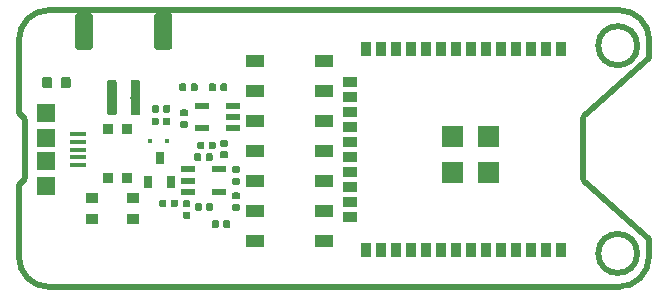
<source format=gbr>
%TF.GenerationSoftware,KiCad,Pcbnew,(6.0.0-rc1-dev-1614-ge850a482d)*%
%TF.CreationDate,2019-02-21T20:22:14-08:00*%
%TF.ProjectId,SAM32,53414d33-322e-46b6-9963-61645f706362,rev?*%
%TF.SameCoordinates,Original*%
%TF.FileFunction,Paste,Top*%
%TF.FilePolarity,Positive*%
%FSLAX46Y46*%
G04 Gerber Fmt 4.6, Leading zero omitted, Abs format (unit mm)*
G04 Created by KiCad (PCBNEW (6.0.0-rc1-dev-1614-ge850a482d)) date 2019-02-21 20:22:14*
%MOMM*%
%LPD*%
G04 APERTURE LIST*
%ADD10C,0.508000*%
%ADD11C,0.150000*%
%ADD12C,0.590000*%
%ADD13R,0.350000X0.350000*%
%ADD14R,1.000000X0.850000*%
%ADD15C,1.500000*%
%ADD16C,0.800000*%
%ADD17R,1.550000X1.500000*%
%ADD18R,1.350000X0.450000*%
%ADD19C,0.875000*%
%ADD20R,0.900000X0.900000*%
%ADD21R,1.560000X1.000000*%
%ADD22R,1.200000X0.550000*%
%ADD23R,0.635000X1.016000*%
%ADD24R,0.900000X1.200000*%
%ADD25R,1.200000X0.900000*%
G04 APERTURE END LIST*
D10*
X109192060Y-106945080D02*
X109192060Y-108498640D01*
X106652060Y-111038640D02*
G75*
G03X109192060Y-108498640I0J2540000D01*
G01*
X103755076Y-102181768D02*
X109192060Y-106945080D01*
X55852060Y-96296067D02*
X56300000Y-96740000D01*
X103758052Y-96469398D02*
X109220013Y-91690000D01*
X103758039Y-96469407D02*
G75*
G03X103628512Y-96721166I160472J-241760D01*
G01*
X103755063Y-102181759D02*
G75*
G02X103625536Y-101930000I160472J241760D01*
G01*
X103625536Y-101930000D02*
X103628512Y-96721166D01*
X55852060Y-102438136D02*
X56300000Y-101994203D01*
X56300000Y-101994203D02*
G75*
G03X56361488Y-101805369I-228511J178835D01*
G01*
X56300000Y-96740000D02*
G75*
G02X56361488Y-96928834I-228511J-178835D01*
G01*
X108205221Y-90615720D02*
G75*
G03X108205221Y-90615720I-1652221J0D01*
G01*
X108205221Y-108205220D02*
G75*
G03X108205221Y-108205220I-1652221J0D01*
G01*
X109220013Y-90136440D02*
X109220013Y-91690000D01*
X55852060Y-90136440D02*
X55852060Y-96296067D01*
X106680013Y-87596440D02*
G75*
G02X109220013Y-90136440I0J-2540000D01*
G01*
X55852060Y-102438136D02*
X55852060Y-108498640D01*
X106680013Y-87596440D02*
X58392060Y-87596440D01*
X58392060Y-111038640D02*
X106652060Y-111038640D01*
X55852060Y-90136440D02*
G75*
G02X58392060Y-87596440I2540000J0D01*
G01*
X56361488Y-96928834D02*
X56361488Y-101805369D01*
X58392060Y-111038640D02*
G75*
G02X55852060Y-108498640I0J2540000D01*
G01*
D11*
G36*
X91666060Y-97373440D02*
G01*
X91666060Y-99151440D01*
X93444060Y-99151440D01*
X93444060Y-97373440D01*
X91666060Y-97373440D01*
G37*
G36*
X91666060Y-100421440D02*
G01*
X91666060Y-102199440D01*
X93444060Y-102199440D01*
X93444060Y-100421440D01*
X91666060Y-100421440D01*
G37*
G36*
X94714060Y-100421440D02*
G01*
X94714060Y-102199440D01*
X96492060Y-102199440D01*
X96492060Y-100421440D01*
X94714060Y-100421440D01*
G37*
G36*
X94714060Y-97373440D02*
G01*
X94714060Y-99151440D01*
X96492060Y-99151440D01*
X96492060Y-97373440D01*
X94714060Y-97373440D01*
G37*
G36*
X74418458Y-104013210D02*
G01*
X74432776Y-104015334D01*
X74446817Y-104018851D01*
X74460446Y-104023728D01*
X74473531Y-104029917D01*
X74485947Y-104037358D01*
X74497573Y-104045981D01*
X74508298Y-104055702D01*
X74518019Y-104066427D01*
X74526642Y-104078053D01*
X74534083Y-104090469D01*
X74540272Y-104103554D01*
X74545149Y-104117183D01*
X74548666Y-104131224D01*
X74550790Y-104145542D01*
X74551500Y-104160000D01*
X74551500Y-104455000D01*
X74550790Y-104469458D01*
X74548666Y-104483776D01*
X74545149Y-104497817D01*
X74540272Y-104511446D01*
X74534083Y-104524531D01*
X74526642Y-104536947D01*
X74518019Y-104548573D01*
X74508298Y-104559298D01*
X74497573Y-104569019D01*
X74485947Y-104577642D01*
X74473531Y-104585083D01*
X74460446Y-104591272D01*
X74446817Y-104596149D01*
X74432776Y-104599666D01*
X74418458Y-104601790D01*
X74404000Y-104602500D01*
X74059000Y-104602500D01*
X74044542Y-104601790D01*
X74030224Y-104599666D01*
X74016183Y-104596149D01*
X74002554Y-104591272D01*
X73989469Y-104585083D01*
X73977053Y-104577642D01*
X73965427Y-104569019D01*
X73954702Y-104559298D01*
X73944981Y-104548573D01*
X73936358Y-104536947D01*
X73928917Y-104524531D01*
X73922728Y-104511446D01*
X73917851Y-104497817D01*
X73914334Y-104483776D01*
X73912210Y-104469458D01*
X73911500Y-104455000D01*
X73911500Y-104160000D01*
X73912210Y-104145542D01*
X73914334Y-104131224D01*
X73917851Y-104117183D01*
X73922728Y-104103554D01*
X73928917Y-104090469D01*
X73936358Y-104078053D01*
X73944981Y-104066427D01*
X73954702Y-104055702D01*
X73965427Y-104045981D01*
X73977053Y-104037358D01*
X73989469Y-104029917D01*
X74002554Y-104023728D01*
X74016183Y-104018851D01*
X74030224Y-104015334D01*
X74044542Y-104013210D01*
X74059000Y-104012500D01*
X74404000Y-104012500D01*
X74418458Y-104013210D01*
X74418458Y-104013210D01*
G37*
D12*
X74231500Y-104307500D03*
D11*
G36*
X74418458Y-103043210D02*
G01*
X74432776Y-103045334D01*
X74446817Y-103048851D01*
X74460446Y-103053728D01*
X74473531Y-103059917D01*
X74485947Y-103067358D01*
X74497573Y-103075981D01*
X74508298Y-103085702D01*
X74518019Y-103096427D01*
X74526642Y-103108053D01*
X74534083Y-103120469D01*
X74540272Y-103133554D01*
X74545149Y-103147183D01*
X74548666Y-103161224D01*
X74550790Y-103175542D01*
X74551500Y-103190000D01*
X74551500Y-103485000D01*
X74550790Y-103499458D01*
X74548666Y-103513776D01*
X74545149Y-103527817D01*
X74540272Y-103541446D01*
X74534083Y-103554531D01*
X74526642Y-103566947D01*
X74518019Y-103578573D01*
X74508298Y-103589298D01*
X74497573Y-103599019D01*
X74485947Y-103607642D01*
X74473531Y-103615083D01*
X74460446Y-103621272D01*
X74446817Y-103626149D01*
X74432776Y-103629666D01*
X74418458Y-103631790D01*
X74404000Y-103632500D01*
X74059000Y-103632500D01*
X74044542Y-103631790D01*
X74030224Y-103629666D01*
X74016183Y-103626149D01*
X74002554Y-103621272D01*
X73989469Y-103615083D01*
X73977053Y-103607642D01*
X73965427Y-103599019D01*
X73954702Y-103589298D01*
X73944981Y-103578573D01*
X73936358Y-103566947D01*
X73928917Y-103554531D01*
X73922728Y-103541446D01*
X73917851Y-103527817D01*
X73914334Y-103513776D01*
X73912210Y-103499458D01*
X73911500Y-103485000D01*
X73911500Y-103190000D01*
X73912210Y-103175542D01*
X73914334Y-103161224D01*
X73917851Y-103147183D01*
X73922728Y-103133554D01*
X73928917Y-103120469D01*
X73936358Y-103108053D01*
X73944981Y-103096427D01*
X73954702Y-103085702D01*
X73965427Y-103075981D01*
X73977053Y-103067358D01*
X73989469Y-103059917D01*
X74002554Y-103053728D01*
X74016183Y-103048851D01*
X74030224Y-103045334D01*
X74044542Y-103043210D01*
X74059000Y-103042500D01*
X74404000Y-103042500D01*
X74418458Y-103043210D01*
X74418458Y-103043210D01*
G37*
D12*
X74231500Y-103337500D03*
D11*
G36*
X71203358Y-103947710D02*
G01*
X71217676Y-103949834D01*
X71231717Y-103953351D01*
X71245346Y-103958228D01*
X71258431Y-103964417D01*
X71270847Y-103971858D01*
X71282473Y-103980481D01*
X71293198Y-103990202D01*
X71302919Y-104000927D01*
X71311542Y-104012553D01*
X71318983Y-104024969D01*
X71325172Y-104038054D01*
X71330049Y-104051683D01*
X71333566Y-104065724D01*
X71335690Y-104080042D01*
X71336400Y-104094500D01*
X71336400Y-104439500D01*
X71335690Y-104453958D01*
X71333566Y-104468276D01*
X71330049Y-104482317D01*
X71325172Y-104495946D01*
X71318983Y-104509031D01*
X71311542Y-104521447D01*
X71302919Y-104533073D01*
X71293198Y-104543798D01*
X71282473Y-104553519D01*
X71270847Y-104562142D01*
X71258431Y-104569583D01*
X71245346Y-104575772D01*
X71231717Y-104580649D01*
X71217676Y-104584166D01*
X71203358Y-104586290D01*
X71188900Y-104587000D01*
X70893900Y-104587000D01*
X70879442Y-104586290D01*
X70865124Y-104584166D01*
X70851083Y-104580649D01*
X70837454Y-104575772D01*
X70824369Y-104569583D01*
X70811953Y-104562142D01*
X70800327Y-104553519D01*
X70789602Y-104543798D01*
X70779881Y-104533073D01*
X70771258Y-104521447D01*
X70763817Y-104509031D01*
X70757628Y-104495946D01*
X70752751Y-104482317D01*
X70749234Y-104468276D01*
X70747110Y-104453958D01*
X70746400Y-104439500D01*
X70746400Y-104094500D01*
X70747110Y-104080042D01*
X70749234Y-104065724D01*
X70752751Y-104051683D01*
X70757628Y-104038054D01*
X70763817Y-104024969D01*
X70771258Y-104012553D01*
X70779881Y-104000927D01*
X70789602Y-103990202D01*
X70800327Y-103980481D01*
X70811953Y-103971858D01*
X70824369Y-103964417D01*
X70837454Y-103958228D01*
X70851083Y-103953351D01*
X70865124Y-103949834D01*
X70879442Y-103947710D01*
X70893900Y-103947000D01*
X71188900Y-103947000D01*
X71203358Y-103947710D01*
X71203358Y-103947710D01*
G37*
D12*
X71041400Y-104267000D03*
D11*
G36*
X72173358Y-103947710D02*
G01*
X72187676Y-103949834D01*
X72201717Y-103953351D01*
X72215346Y-103958228D01*
X72228431Y-103964417D01*
X72240847Y-103971858D01*
X72252473Y-103980481D01*
X72263198Y-103990202D01*
X72272919Y-104000927D01*
X72281542Y-104012553D01*
X72288983Y-104024969D01*
X72295172Y-104038054D01*
X72300049Y-104051683D01*
X72303566Y-104065724D01*
X72305690Y-104080042D01*
X72306400Y-104094500D01*
X72306400Y-104439500D01*
X72305690Y-104453958D01*
X72303566Y-104468276D01*
X72300049Y-104482317D01*
X72295172Y-104495946D01*
X72288983Y-104509031D01*
X72281542Y-104521447D01*
X72272919Y-104533073D01*
X72263198Y-104543798D01*
X72252473Y-104553519D01*
X72240847Y-104562142D01*
X72228431Y-104569583D01*
X72215346Y-104575772D01*
X72201717Y-104580649D01*
X72187676Y-104584166D01*
X72173358Y-104586290D01*
X72158900Y-104587000D01*
X71863900Y-104587000D01*
X71849442Y-104586290D01*
X71835124Y-104584166D01*
X71821083Y-104580649D01*
X71807454Y-104575772D01*
X71794369Y-104569583D01*
X71781953Y-104562142D01*
X71770327Y-104553519D01*
X71759602Y-104543798D01*
X71749881Y-104533073D01*
X71741258Y-104521447D01*
X71733817Y-104509031D01*
X71727628Y-104495946D01*
X71722751Y-104482317D01*
X71719234Y-104468276D01*
X71717110Y-104453958D01*
X71716400Y-104439500D01*
X71716400Y-104094500D01*
X71717110Y-104080042D01*
X71719234Y-104065724D01*
X71722751Y-104051683D01*
X71727628Y-104038054D01*
X71733817Y-104024969D01*
X71741258Y-104012553D01*
X71749881Y-104000927D01*
X71759602Y-103990202D01*
X71770327Y-103980481D01*
X71781953Y-103971858D01*
X71794369Y-103964417D01*
X71807454Y-103958228D01*
X71821083Y-103953351D01*
X71835124Y-103949834D01*
X71849442Y-103947710D01*
X71863900Y-103947000D01*
X72158900Y-103947000D01*
X72173358Y-103947710D01*
X72173358Y-103947710D01*
G37*
D12*
X72011400Y-104267000D03*
D11*
G36*
X74418458Y-101790710D02*
G01*
X74432776Y-101792834D01*
X74446817Y-101796351D01*
X74460446Y-101801228D01*
X74473531Y-101807417D01*
X74485947Y-101814858D01*
X74497573Y-101823481D01*
X74508298Y-101833202D01*
X74518019Y-101843927D01*
X74526642Y-101855553D01*
X74534083Y-101867969D01*
X74540272Y-101881054D01*
X74545149Y-101894683D01*
X74548666Y-101908724D01*
X74550790Y-101923042D01*
X74551500Y-101937500D01*
X74551500Y-102232500D01*
X74550790Y-102246958D01*
X74548666Y-102261276D01*
X74545149Y-102275317D01*
X74540272Y-102288946D01*
X74534083Y-102302031D01*
X74526642Y-102314447D01*
X74518019Y-102326073D01*
X74508298Y-102336798D01*
X74497573Y-102346519D01*
X74485947Y-102355142D01*
X74473531Y-102362583D01*
X74460446Y-102368772D01*
X74446817Y-102373649D01*
X74432776Y-102377166D01*
X74418458Y-102379290D01*
X74404000Y-102380000D01*
X74059000Y-102380000D01*
X74044542Y-102379290D01*
X74030224Y-102377166D01*
X74016183Y-102373649D01*
X74002554Y-102368772D01*
X73989469Y-102362583D01*
X73977053Y-102355142D01*
X73965427Y-102346519D01*
X73954702Y-102336798D01*
X73944981Y-102326073D01*
X73936358Y-102314447D01*
X73928917Y-102302031D01*
X73922728Y-102288946D01*
X73917851Y-102275317D01*
X73914334Y-102261276D01*
X73912210Y-102246958D01*
X73911500Y-102232500D01*
X73911500Y-101937500D01*
X73912210Y-101923042D01*
X73914334Y-101908724D01*
X73917851Y-101894683D01*
X73922728Y-101881054D01*
X73928917Y-101867969D01*
X73936358Y-101855553D01*
X73944981Y-101843927D01*
X73954702Y-101833202D01*
X73965427Y-101823481D01*
X73977053Y-101814858D01*
X73989469Y-101807417D01*
X74002554Y-101801228D01*
X74016183Y-101796351D01*
X74030224Y-101792834D01*
X74044542Y-101790710D01*
X74059000Y-101790000D01*
X74404000Y-101790000D01*
X74418458Y-101790710D01*
X74418458Y-101790710D01*
G37*
D12*
X74231500Y-102085000D03*
D11*
G36*
X74418458Y-100820710D02*
G01*
X74432776Y-100822834D01*
X74446817Y-100826351D01*
X74460446Y-100831228D01*
X74473531Y-100837417D01*
X74485947Y-100844858D01*
X74497573Y-100853481D01*
X74508298Y-100863202D01*
X74518019Y-100873927D01*
X74526642Y-100885553D01*
X74534083Y-100897969D01*
X74540272Y-100911054D01*
X74545149Y-100924683D01*
X74548666Y-100938724D01*
X74550790Y-100953042D01*
X74551500Y-100967500D01*
X74551500Y-101262500D01*
X74550790Y-101276958D01*
X74548666Y-101291276D01*
X74545149Y-101305317D01*
X74540272Y-101318946D01*
X74534083Y-101332031D01*
X74526642Y-101344447D01*
X74518019Y-101356073D01*
X74508298Y-101366798D01*
X74497573Y-101376519D01*
X74485947Y-101385142D01*
X74473531Y-101392583D01*
X74460446Y-101398772D01*
X74446817Y-101403649D01*
X74432776Y-101407166D01*
X74418458Y-101409290D01*
X74404000Y-101410000D01*
X74059000Y-101410000D01*
X74044542Y-101409290D01*
X74030224Y-101407166D01*
X74016183Y-101403649D01*
X74002554Y-101398772D01*
X73989469Y-101392583D01*
X73977053Y-101385142D01*
X73965427Y-101376519D01*
X73954702Y-101366798D01*
X73944981Y-101356073D01*
X73936358Y-101344447D01*
X73928917Y-101332031D01*
X73922728Y-101318946D01*
X73917851Y-101305317D01*
X73914334Y-101291276D01*
X73912210Y-101276958D01*
X73911500Y-101262500D01*
X73911500Y-100967500D01*
X73912210Y-100953042D01*
X73914334Y-100938724D01*
X73917851Y-100924683D01*
X73922728Y-100911054D01*
X73928917Y-100897969D01*
X73936358Y-100885553D01*
X73944981Y-100873927D01*
X73954702Y-100863202D01*
X73965427Y-100853481D01*
X73977053Y-100844858D01*
X73989469Y-100837417D01*
X74002554Y-100831228D01*
X74016183Y-100826351D01*
X74030224Y-100822834D01*
X74044542Y-100820710D01*
X74059000Y-100820000D01*
X74404000Y-100820000D01*
X74418458Y-100820710D01*
X74418458Y-100820710D01*
G37*
D12*
X74231500Y-101115000D03*
D13*
X68365000Y-98660000D03*
X66915000Y-98660000D03*
D14*
X65519999Y-105265000D03*
X62020000Y-105265000D03*
X65520000Y-103515000D03*
X62020001Y-103515000D03*
D11*
G36*
X61893253Y-87852406D02*
G01*
X61917570Y-87856013D01*
X61941416Y-87861986D01*
X61964562Y-87870268D01*
X61986785Y-87880779D01*
X62007870Y-87893417D01*
X62027616Y-87908061D01*
X62045830Y-87924570D01*
X62062339Y-87942784D01*
X62076983Y-87962530D01*
X62089621Y-87983615D01*
X62100132Y-88005838D01*
X62108414Y-88028984D01*
X62114387Y-88052830D01*
X62117994Y-88077147D01*
X62119200Y-88101700D01*
X62119200Y-90700700D01*
X62117994Y-90725253D01*
X62114387Y-90749570D01*
X62108414Y-90773416D01*
X62100132Y-90796562D01*
X62089621Y-90818785D01*
X62076983Y-90839870D01*
X62062339Y-90859616D01*
X62045830Y-90877830D01*
X62027616Y-90894339D01*
X62007870Y-90908983D01*
X61986785Y-90921621D01*
X61964562Y-90932132D01*
X61941416Y-90940414D01*
X61917570Y-90946387D01*
X61893253Y-90949994D01*
X61868700Y-90951200D01*
X60869700Y-90951200D01*
X60845147Y-90949994D01*
X60820830Y-90946387D01*
X60796984Y-90940414D01*
X60773838Y-90932132D01*
X60751615Y-90921621D01*
X60730530Y-90908983D01*
X60710784Y-90894339D01*
X60692570Y-90877830D01*
X60676061Y-90859616D01*
X60661417Y-90839870D01*
X60648779Y-90818785D01*
X60638268Y-90796562D01*
X60629986Y-90773416D01*
X60624013Y-90749570D01*
X60620406Y-90725253D01*
X60619200Y-90700700D01*
X60619200Y-88101700D01*
X60620406Y-88077147D01*
X60624013Y-88052830D01*
X60629986Y-88028984D01*
X60638268Y-88005838D01*
X60648779Y-87983615D01*
X60661417Y-87962530D01*
X60676061Y-87942784D01*
X60692570Y-87924570D01*
X60710784Y-87908061D01*
X60730530Y-87893417D01*
X60751615Y-87880779D01*
X60773838Y-87870268D01*
X60796984Y-87861986D01*
X60820830Y-87856013D01*
X60845147Y-87852406D01*
X60869700Y-87851200D01*
X61868700Y-87851200D01*
X61893253Y-87852406D01*
X61893253Y-87852406D01*
G37*
D15*
X61369200Y-89401200D03*
D11*
G36*
X68593253Y-87852406D02*
G01*
X68617570Y-87856013D01*
X68641416Y-87861986D01*
X68664562Y-87870268D01*
X68686785Y-87880779D01*
X68707870Y-87893417D01*
X68727616Y-87908061D01*
X68745830Y-87924570D01*
X68762339Y-87942784D01*
X68776983Y-87962530D01*
X68789621Y-87983615D01*
X68800132Y-88005838D01*
X68808414Y-88028984D01*
X68814387Y-88052830D01*
X68817994Y-88077147D01*
X68819200Y-88101700D01*
X68819200Y-90700700D01*
X68817994Y-90725253D01*
X68814387Y-90749570D01*
X68808414Y-90773416D01*
X68800132Y-90796562D01*
X68789621Y-90818785D01*
X68776983Y-90839870D01*
X68762339Y-90859616D01*
X68745830Y-90877830D01*
X68727616Y-90894339D01*
X68707870Y-90908983D01*
X68686785Y-90921621D01*
X68664562Y-90932132D01*
X68641416Y-90940414D01*
X68617570Y-90946387D01*
X68593253Y-90949994D01*
X68568700Y-90951200D01*
X67569700Y-90951200D01*
X67545147Y-90949994D01*
X67520830Y-90946387D01*
X67496984Y-90940414D01*
X67473838Y-90932132D01*
X67451615Y-90921621D01*
X67430530Y-90908983D01*
X67410784Y-90894339D01*
X67392570Y-90877830D01*
X67376061Y-90859616D01*
X67361417Y-90839870D01*
X67348779Y-90818785D01*
X67338268Y-90796562D01*
X67329986Y-90773416D01*
X67324013Y-90749570D01*
X67320406Y-90725253D01*
X67319200Y-90700700D01*
X67319200Y-88101700D01*
X67320406Y-88077147D01*
X67324013Y-88052830D01*
X67329986Y-88028984D01*
X67338268Y-88005838D01*
X67348779Y-87983615D01*
X67361417Y-87962530D01*
X67376061Y-87942784D01*
X67392570Y-87924570D01*
X67410784Y-87908061D01*
X67430530Y-87893417D01*
X67451615Y-87880779D01*
X67473838Y-87870268D01*
X67496984Y-87861986D01*
X67520830Y-87856013D01*
X67545147Y-87852406D01*
X67569700Y-87851200D01*
X68568700Y-87851200D01*
X68593253Y-87852406D01*
X68593253Y-87852406D01*
G37*
D15*
X68069200Y-89401200D03*
D11*
G36*
X63938803Y-93502163D02*
G01*
X63958218Y-93505043D01*
X63977257Y-93509812D01*
X63995737Y-93516424D01*
X64013479Y-93524816D01*
X64030314Y-93534906D01*
X64046079Y-93546598D01*
X64060621Y-93559779D01*
X64073802Y-93574321D01*
X64085494Y-93590086D01*
X64095584Y-93606921D01*
X64103976Y-93624663D01*
X64110588Y-93643143D01*
X64115357Y-93662182D01*
X64118237Y-93681597D01*
X64119200Y-93701200D01*
X64119200Y-96301200D01*
X64118237Y-96320803D01*
X64115357Y-96340218D01*
X64110588Y-96359257D01*
X64103976Y-96377737D01*
X64095584Y-96395479D01*
X64085494Y-96412314D01*
X64073802Y-96428079D01*
X64060621Y-96442621D01*
X64046079Y-96455802D01*
X64030314Y-96467494D01*
X64013479Y-96477584D01*
X63995737Y-96485976D01*
X63977257Y-96492588D01*
X63958218Y-96497357D01*
X63938803Y-96500237D01*
X63919200Y-96501200D01*
X63519200Y-96501200D01*
X63499597Y-96500237D01*
X63480182Y-96497357D01*
X63461143Y-96492588D01*
X63442663Y-96485976D01*
X63424921Y-96477584D01*
X63408086Y-96467494D01*
X63392321Y-96455802D01*
X63377779Y-96442621D01*
X63364598Y-96428079D01*
X63352906Y-96412314D01*
X63342816Y-96395479D01*
X63334424Y-96377737D01*
X63327812Y-96359257D01*
X63323043Y-96340218D01*
X63320163Y-96320803D01*
X63319200Y-96301200D01*
X63319200Y-93701200D01*
X63320163Y-93681597D01*
X63323043Y-93662182D01*
X63327812Y-93643143D01*
X63334424Y-93624663D01*
X63342816Y-93606921D01*
X63352906Y-93590086D01*
X63364598Y-93574321D01*
X63377779Y-93559779D01*
X63392321Y-93546598D01*
X63408086Y-93534906D01*
X63424921Y-93524816D01*
X63442663Y-93516424D01*
X63461143Y-93509812D01*
X63480182Y-93505043D01*
X63499597Y-93502163D01*
X63519200Y-93501200D01*
X63919200Y-93501200D01*
X63938803Y-93502163D01*
X63938803Y-93502163D01*
G37*
D16*
X63719200Y-95001200D03*
D11*
G36*
X65938803Y-93502163D02*
G01*
X65958218Y-93505043D01*
X65977257Y-93509812D01*
X65995737Y-93516424D01*
X66013479Y-93524816D01*
X66030314Y-93534906D01*
X66046079Y-93546598D01*
X66060621Y-93559779D01*
X66073802Y-93574321D01*
X66085494Y-93590086D01*
X66095584Y-93606921D01*
X66103976Y-93624663D01*
X66110588Y-93643143D01*
X66115357Y-93662182D01*
X66118237Y-93681597D01*
X66119200Y-93701200D01*
X66119200Y-96301200D01*
X66118237Y-96320803D01*
X66115357Y-96340218D01*
X66110588Y-96359257D01*
X66103976Y-96377737D01*
X66095584Y-96395479D01*
X66085494Y-96412314D01*
X66073802Y-96428079D01*
X66060621Y-96442621D01*
X66046079Y-96455802D01*
X66030314Y-96467494D01*
X66013479Y-96477584D01*
X65995737Y-96485976D01*
X65977257Y-96492588D01*
X65958218Y-96497357D01*
X65938803Y-96500237D01*
X65919200Y-96501200D01*
X65519200Y-96501200D01*
X65499597Y-96500237D01*
X65480182Y-96497357D01*
X65461143Y-96492588D01*
X65442663Y-96485976D01*
X65424921Y-96477584D01*
X65408086Y-96467494D01*
X65392321Y-96455802D01*
X65377779Y-96442621D01*
X65364598Y-96428079D01*
X65352906Y-96412314D01*
X65342816Y-96395479D01*
X65334424Y-96377737D01*
X65327812Y-96359257D01*
X65323043Y-96340218D01*
X65320163Y-96320803D01*
X65319200Y-96301200D01*
X65319200Y-93701200D01*
X65320163Y-93681597D01*
X65323043Y-93662182D01*
X65327812Y-93643143D01*
X65334424Y-93624663D01*
X65342816Y-93606921D01*
X65352906Y-93590086D01*
X65364598Y-93574321D01*
X65377779Y-93559779D01*
X65392321Y-93546598D01*
X65408086Y-93534906D01*
X65424921Y-93524816D01*
X65442663Y-93516424D01*
X65461143Y-93509812D01*
X65480182Y-93505043D01*
X65499597Y-93502163D01*
X65519200Y-93501200D01*
X65919200Y-93501200D01*
X65938803Y-93502163D01*
X65938803Y-93502163D01*
G37*
D16*
X65719200Y-95001200D03*
D11*
G36*
X70240158Y-103716310D02*
G01*
X70254476Y-103718434D01*
X70268517Y-103721951D01*
X70282146Y-103726828D01*
X70295231Y-103733017D01*
X70307647Y-103740458D01*
X70319273Y-103749081D01*
X70329998Y-103758802D01*
X70339719Y-103769527D01*
X70348342Y-103781153D01*
X70355783Y-103793569D01*
X70361972Y-103806654D01*
X70366849Y-103820283D01*
X70370366Y-103834324D01*
X70372490Y-103848642D01*
X70373200Y-103863100D01*
X70373200Y-104158100D01*
X70372490Y-104172558D01*
X70370366Y-104186876D01*
X70366849Y-104200917D01*
X70361972Y-104214546D01*
X70355783Y-104227631D01*
X70348342Y-104240047D01*
X70339719Y-104251673D01*
X70329998Y-104262398D01*
X70319273Y-104272119D01*
X70307647Y-104280742D01*
X70295231Y-104288183D01*
X70282146Y-104294372D01*
X70268517Y-104299249D01*
X70254476Y-104302766D01*
X70240158Y-104304890D01*
X70225700Y-104305600D01*
X69880700Y-104305600D01*
X69866242Y-104304890D01*
X69851924Y-104302766D01*
X69837883Y-104299249D01*
X69824254Y-104294372D01*
X69811169Y-104288183D01*
X69798753Y-104280742D01*
X69787127Y-104272119D01*
X69776402Y-104262398D01*
X69766681Y-104251673D01*
X69758058Y-104240047D01*
X69750617Y-104227631D01*
X69744428Y-104214546D01*
X69739551Y-104200917D01*
X69736034Y-104186876D01*
X69733910Y-104172558D01*
X69733200Y-104158100D01*
X69733200Y-103863100D01*
X69733910Y-103848642D01*
X69736034Y-103834324D01*
X69739551Y-103820283D01*
X69744428Y-103806654D01*
X69750617Y-103793569D01*
X69758058Y-103781153D01*
X69766681Y-103769527D01*
X69776402Y-103758802D01*
X69787127Y-103749081D01*
X69798753Y-103740458D01*
X69811169Y-103733017D01*
X69824254Y-103726828D01*
X69837883Y-103721951D01*
X69851924Y-103718434D01*
X69866242Y-103716310D01*
X69880700Y-103715600D01*
X70225700Y-103715600D01*
X70240158Y-103716310D01*
X70240158Y-103716310D01*
G37*
D12*
X70053200Y-104010600D03*
D11*
G36*
X70240158Y-104686310D02*
G01*
X70254476Y-104688434D01*
X70268517Y-104691951D01*
X70282146Y-104696828D01*
X70295231Y-104703017D01*
X70307647Y-104710458D01*
X70319273Y-104719081D01*
X70329998Y-104728802D01*
X70339719Y-104739527D01*
X70348342Y-104751153D01*
X70355783Y-104763569D01*
X70361972Y-104776654D01*
X70366849Y-104790283D01*
X70370366Y-104804324D01*
X70372490Y-104818642D01*
X70373200Y-104833100D01*
X70373200Y-105128100D01*
X70372490Y-105142558D01*
X70370366Y-105156876D01*
X70366849Y-105170917D01*
X70361972Y-105184546D01*
X70355783Y-105197631D01*
X70348342Y-105210047D01*
X70339719Y-105221673D01*
X70329998Y-105232398D01*
X70319273Y-105242119D01*
X70307647Y-105250742D01*
X70295231Y-105258183D01*
X70282146Y-105264372D01*
X70268517Y-105269249D01*
X70254476Y-105272766D01*
X70240158Y-105274890D01*
X70225700Y-105275600D01*
X69880700Y-105275600D01*
X69866242Y-105274890D01*
X69851924Y-105272766D01*
X69837883Y-105269249D01*
X69824254Y-105264372D01*
X69811169Y-105258183D01*
X69798753Y-105250742D01*
X69787127Y-105242119D01*
X69776402Y-105232398D01*
X69766681Y-105221673D01*
X69758058Y-105210047D01*
X69750617Y-105197631D01*
X69744428Y-105184546D01*
X69739551Y-105170917D01*
X69736034Y-105156876D01*
X69733910Y-105142558D01*
X69733200Y-105128100D01*
X69733200Y-104833100D01*
X69733910Y-104818642D01*
X69736034Y-104804324D01*
X69739551Y-104790283D01*
X69744428Y-104776654D01*
X69750617Y-104763569D01*
X69758058Y-104751153D01*
X69766681Y-104739527D01*
X69776402Y-104728802D01*
X69787127Y-104719081D01*
X69798753Y-104710458D01*
X69811169Y-104703017D01*
X69824254Y-104696828D01*
X69837883Y-104691951D01*
X69851924Y-104688434D01*
X69866242Y-104686310D01*
X69880700Y-104685600D01*
X70225700Y-104685600D01*
X70240158Y-104686310D01*
X70240158Y-104686310D01*
G37*
D12*
X70053200Y-104980600D03*
D17*
X58160920Y-102455440D03*
X58160920Y-96355440D03*
X58160920Y-100405440D03*
X58160920Y-98405440D03*
D18*
X60835920Y-100705440D03*
X60835920Y-100055440D03*
X60835920Y-99405440D03*
X60835920Y-98755440D03*
X60835920Y-98105440D03*
D11*
G36*
X58482291Y-93281853D02*
G01*
X58503526Y-93285003D01*
X58524350Y-93290219D01*
X58544562Y-93297451D01*
X58563968Y-93306630D01*
X58582381Y-93317666D01*
X58599624Y-93330454D01*
X58615530Y-93344870D01*
X58629946Y-93360776D01*
X58642734Y-93378019D01*
X58653770Y-93396432D01*
X58662949Y-93415838D01*
X58670181Y-93436050D01*
X58675397Y-93456874D01*
X58678547Y-93478109D01*
X58679600Y-93499550D01*
X58679600Y-94012050D01*
X58678547Y-94033491D01*
X58675397Y-94054726D01*
X58670181Y-94075550D01*
X58662949Y-94095762D01*
X58653770Y-94115168D01*
X58642734Y-94133581D01*
X58629946Y-94150824D01*
X58615530Y-94166730D01*
X58599624Y-94181146D01*
X58582381Y-94193934D01*
X58563968Y-94204970D01*
X58544562Y-94214149D01*
X58524350Y-94221381D01*
X58503526Y-94226597D01*
X58482291Y-94229747D01*
X58460850Y-94230800D01*
X58023350Y-94230800D01*
X58001909Y-94229747D01*
X57980674Y-94226597D01*
X57959850Y-94221381D01*
X57939638Y-94214149D01*
X57920232Y-94204970D01*
X57901819Y-94193934D01*
X57884576Y-94181146D01*
X57868670Y-94166730D01*
X57854254Y-94150824D01*
X57841466Y-94133581D01*
X57830430Y-94115168D01*
X57821251Y-94095762D01*
X57814019Y-94075550D01*
X57808803Y-94054726D01*
X57805653Y-94033491D01*
X57804600Y-94012050D01*
X57804600Y-93499550D01*
X57805653Y-93478109D01*
X57808803Y-93456874D01*
X57814019Y-93436050D01*
X57821251Y-93415838D01*
X57830430Y-93396432D01*
X57841466Y-93378019D01*
X57854254Y-93360776D01*
X57868670Y-93344870D01*
X57884576Y-93330454D01*
X57901819Y-93317666D01*
X57920232Y-93306630D01*
X57939638Y-93297451D01*
X57959850Y-93290219D01*
X57980674Y-93285003D01*
X58001909Y-93281853D01*
X58023350Y-93280800D01*
X58460850Y-93280800D01*
X58482291Y-93281853D01*
X58482291Y-93281853D01*
G37*
D19*
X58242100Y-93755800D03*
D11*
G36*
X60057291Y-93281853D02*
G01*
X60078526Y-93285003D01*
X60099350Y-93290219D01*
X60119562Y-93297451D01*
X60138968Y-93306630D01*
X60157381Y-93317666D01*
X60174624Y-93330454D01*
X60190530Y-93344870D01*
X60204946Y-93360776D01*
X60217734Y-93378019D01*
X60228770Y-93396432D01*
X60237949Y-93415838D01*
X60245181Y-93436050D01*
X60250397Y-93456874D01*
X60253547Y-93478109D01*
X60254600Y-93499550D01*
X60254600Y-94012050D01*
X60253547Y-94033491D01*
X60250397Y-94054726D01*
X60245181Y-94075550D01*
X60237949Y-94095762D01*
X60228770Y-94115168D01*
X60217734Y-94133581D01*
X60204946Y-94150824D01*
X60190530Y-94166730D01*
X60174624Y-94181146D01*
X60157381Y-94193934D01*
X60138968Y-94204970D01*
X60119562Y-94214149D01*
X60099350Y-94221381D01*
X60078526Y-94226597D01*
X60057291Y-94229747D01*
X60035850Y-94230800D01*
X59598350Y-94230800D01*
X59576909Y-94229747D01*
X59555674Y-94226597D01*
X59534850Y-94221381D01*
X59514638Y-94214149D01*
X59495232Y-94204970D01*
X59476819Y-94193934D01*
X59459576Y-94181146D01*
X59443670Y-94166730D01*
X59429254Y-94150824D01*
X59416466Y-94133581D01*
X59405430Y-94115168D01*
X59396251Y-94095762D01*
X59389019Y-94075550D01*
X59383803Y-94054726D01*
X59380653Y-94033491D01*
X59379600Y-94012050D01*
X59379600Y-93499550D01*
X59380653Y-93478109D01*
X59383803Y-93456874D01*
X59389019Y-93436050D01*
X59396251Y-93415838D01*
X59405430Y-93396432D01*
X59416466Y-93378019D01*
X59429254Y-93360776D01*
X59443670Y-93344870D01*
X59459576Y-93330454D01*
X59476819Y-93317666D01*
X59495232Y-93306630D01*
X59514638Y-93297451D01*
X59534850Y-93290219D01*
X59555674Y-93285003D01*
X59576909Y-93281853D01*
X59598350Y-93280800D01*
X60035850Y-93280800D01*
X60057291Y-93281853D01*
X60057291Y-93281853D01*
G37*
D19*
X59817100Y-93755800D03*
D11*
G36*
X72120158Y-99731310D02*
G01*
X72134476Y-99733434D01*
X72148517Y-99736951D01*
X72162146Y-99741828D01*
X72175231Y-99748017D01*
X72187647Y-99755458D01*
X72199273Y-99764081D01*
X72209998Y-99773802D01*
X72219719Y-99784527D01*
X72228342Y-99796153D01*
X72235783Y-99808569D01*
X72241972Y-99821654D01*
X72246849Y-99835283D01*
X72250366Y-99849324D01*
X72252490Y-99863642D01*
X72253200Y-99878100D01*
X72253200Y-100223100D01*
X72252490Y-100237558D01*
X72250366Y-100251876D01*
X72246849Y-100265917D01*
X72241972Y-100279546D01*
X72235783Y-100292631D01*
X72228342Y-100305047D01*
X72219719Y-100316673D01*
X72209998Y-100327398D01*
X72199273Y-100337119D01*
X72187647Y-100345742D01*
X72175231Y-100353183D01*
X72162146Y-100359372D01*
X72148517Y-100364249D01*
X72134476Y-100367766D01*
X72120158Y-100369890D01*
X72105700Y-100370600D01*
X71810700Y-100370600D01*
X71796242Y-100369890D01*
X71781924Y-100367766D01*
X71767883Y-100364249D01*
X71754254Y-100359372D01*
X71741169Y-100353183D01*
X71728753Y-100345742D01*
X71717127Y-100337119D01*
X71706402Y-100327398D01*
X71696681Y-100316673D01*
X71688058Y-100305047D01*
X71680617Y-100292631D01*
X71674428Y-100279546D01*
X71669551Y-100265917D01*
X71666034Y-100251876D01*
X71663910Y-100237558D01*
X71663200Y-100223100D01*
X71663200Y-99878100D01*
X71663910Y-99863642D01*
X71666034Y-99849324D01*
X71669551Y-99835283D01*
X71674428Y-99821654D01*
X71680617Y-99808569D01*
X71688058Y-99796153D01*
X71696681Y-99784527D01*
X71706402Y-99773802D01*
X71717127Y-99764081D01*
X71728753Y-99755458D01*
X71741169Y-99748017D01*
X71754254Y-99741828D01*
X71767883Y-99736951D01*
X71781924Y-99733434D01*
X71796242Y-99731310D01*
X71810700Y-99730600D01*
X72105700Y-99730600D01*
X72120158Y-99731310D01*
X72120158Y-99731310D01*
G37*
D12*
X71958200Y-100050600D03*
D11*
G36*
X71150158Y-99731310D02*
G01*
X71164476Y-99733434D01*
X71178517Y-99736951D01*
X71192146Y-99741828D01*
X71205231Y-99748017D01*
X71217647Y-99755458D01*
X71229273Y-99764081D01*
X71239998Y-99773802D01*
X71249719Y-99784527D01*
X71258342Y-99796153D01*
X71265783Y-99808569D01*
X71271972Y-99821654D01*
X71276849Y-99835283D01*
X71280366Y-99849324D01*
X71282490Y-99863642D01*
X71283200Y-99878100D01*
X71283200Y-100223100D01*
X71282490Y-100237558D01*
X71280366Y-100251876D01*
X71276849Y-100265917D01*
X71271972Y-100279546D01*
X71265783Y-100292631D01*
X71258342Y-100305047D01*
X71249719Y-100316673D01*
X71239998Y-100327398D01*
X71229273Y-100337119D01*
X71217647Y-100345742D01*
X71205231Y-100353183D01*
X71192146Y-100359372D01*
X71178517Y-100364249D01*
X71164476Y-100367766D01*
X71150158Y-100369890D01*
X71135700Y-100370600D01*
X70840700Y-100370600D01*
X70826242Y-100369890D01*
X70811924Y-100367766D01*
X70797883Y-100364249D01*
X70784254Y-100359372D01*
X70771169Y-100353183D01*
X70758753Y-100345742D01*
X70747127Y-100337119D01*
X70736402Y-100327398D01*
X70726681Y-100316673D01*
X70718058Y-100305047D01*
X70710617Y-100292631D01*
X70704428Y-100279546D01*
X70699551Y-100265917D01*
X70696034Y-100251876D01*
X70693910Y-100237558D01*
X70693200Y-100223100D01*
X70693200Y-99878100D01*
X70693910Y-99863642D01*
X70696034Y-99849324D01*
X70699551Y-99835283D01*
X70704428Y-99821654D01*
X70710617Y-99808569D01*
X70718058Y-99796153D01*
X70726681Y-99784527D01*
X70736402Y-99773802D01*
X70747127Y-99764081D01*
X70758753Y-99755458D01*
X70771169Y-99748017D01*
X70784254Y-99741828D01*
X70797883Y-99736951D01*
X70811924Y-99733434D01*
X70826242Y-99731310D01*
X70840700Y-99730600D01*
X71135700Y-99730600D01*
X71150158Y-99731310D01*
X71150158Y-99731310D01*
G37*
D12*
X70988200Y-100050600D03*
D11*
G36*
X68206158Y-103642910D02*
G01*
X68220476Y-103645034D01*
X68234517Y-103648551D01*
X68248146Y-103653428D01*
X68261231Y-103659617D01*
X68273647Y-103667058D01*
X68285273Y-103675681D01*
X68295998Y-103685402D01*
X68305719Y-103696127D01*
X68314342Y-103707753D01*
X68321783Y-103720169D01*
X68327972Y-103733254D01*
X68332849Y-103746883D01*
X68336366Y-103760924D01*
X68338490Y-103775242D01*
X68339200Y-103789700D01*
X68339200Y-104134700D01*
X68338490Y-104149158D01*
X68336366Y-104163476D01*
X68332849Y-104177517D01*
X68327972Y-104191146D01*
X68321783Y-104204231D01*
X68314342Y-104216647D01*
X68305719Y-104228273D01*
X68295998Y-104238998D01*
X68285273Y-104248719D01*
X68273647Y-104257342D01*
X68261231Y-104264783D01*
X68248146Y-104270972D01*
X68234517Y-104275849D01*
X68220476Y-104279366D01*
X68206158Y-104281490D01*
X68191700Y-104282200D01*
X67896700Y-104282200D01*
X67882242Y-104281490D01*
X67867924Y-104279366D01*
X67853883Y-104275849D01*
X67840254Y-104270972D01*
X67827169Y-104264783D01*
X67814753Y-104257342D01*
X67803127Y-104248719D01*
X67792402Y-104238998D01*
X67782681Y-104228273D01*
X67774058Y-104216647D01*
X67766617Y-104204231D01*
X67760428Y-104191146D01*
X67755551Y-104177517D01*
X67752034Y-104163476D01*
X67749910Y-104149158D01*
X67749200Y-104134700D01*
X67749200Y-103789700D01*
X67749910Y-103775242D01*
X67752034Y-103760924D01*
X67755551Y-103746883D01*
X67760428Y-103733254D01*
X67766617Y-103720169D01*
X67774058Y-103707753D01*
X67782681Y-103696127D01*
X67792402Y-103685402D01*
X67803127Y-103675681D01*
X67814753Y-103667058D01*
X67827169Y-103659617D01*
X67840254Y-103653428D01*
X67853883Y-103648551D01*
X67867924Y-103645034D01*
X67882242Y-103642910D01*
X67896700Y-103642200D01*
X68191700Y-103642200D01*
X68206158Y-103642910D01*
X68206158Y-103642910D01*
G37*
D12*
X68044200Y-103962200D03*
D11*
G36*
X69176158Y-103642910D02*
G01*
X69190476Y-103645034D01*
X69204517Y-103648551D01*
X69218146Y-103653428D01*
X69231231Y-103659617D01*
X69243647Y-103667058D01*
X69255273Y-103675681D01*
X69265998Y-103685402D01*
X69275719Y-103696127D01*
X69284342Y-103707753D01*
X69291783Y-103720169D01*
X69297972Y-103733254D01*
X69302849Y-103746883D01*
X69306366Y-103760924D01*
X69308490Y-103775242D01*
X69309200Y-103789700D01*
X69309200Y-104134700D01*
X69308490Y-104149158D01*
X69306366Y-104163476D01*
X69302849Y-104177517D01*
X69297972Y-104191146D01*
X69291783Y-104204231D01*
X69284342Y-104216647D01*
X69275719Y-104228273D01*
X69265998Y-104238998D01*
X69255273Y-104248719D01*
X69243647Y-104257342D01*
X69231231Y-104264783D01*
X69218146Y-104270972D01*
X69204517Y-104275849D01*
X69190476Y-104279366D01*
X69176158Y-104281490D01*
X69161700Y-104282200D01*
X68866700Y-104282200D01*
X68852242Y-104281490D01*
X68837924Y-104279366D01*
X68823883Y-104275849D01*
X68810254Y-104270972D01*
X68797169Y-104264783D01*
X68784753Y-104257342D01*
X68773127Y-104248719D01*
X68762402Y-104238998D01*
X68752681Y-104228273D01*
X68744058Y-104216647D01*
X68736617Y-104204231D01*
X68730428Y-104191146D01*
X68725551Y-104177517D01*
X68722034Y-104163476D01*
X68719910Y-104149158D01*
X68719200Y-104134700D01*
X68719200Y-103789700D01*
X68719910Y-103775242D01*
X68722034Y-103760924D01*
X68725551Y-103746883D01*
X68730428Y-103733254D01*
X68736617Y-103720169D01*
X68744058Y-103707753D01*
X68752681Y-103696127D01*
X68762402Y-103685402D01*
X68773127Y-103675681D01*
X68784753Y-103667058D01*
X68797169Y-103659617D01*
X68810254Y-103653428D01*
X68823883Y-103648551D01*
X68837924Y-103645034D01*
X68852242Y-103642910D01*
X68866700Y-103642200D01*
X69161700Y-103642200D01*
X69176158Y-103642910D01*
X69176158Y-103642910D01*
G37*
D12*
X69014200Y-103962200D03*
D20*
X65000000Y-101800000D03*
X63400000Y-101800000D03*
X63400000Y-97700000D03*
X65000000Y-97700000D03*
D11*
G36*
X73399154Y-99560690D02*
G01*
X73413472Y-99562814D01*
X73427513Y-99566331D01*
X73441142Y-99571208D01*
X73454227Y-99577397D01*
X73466643Y-99584838D01*
X73478269Y-99593461D01*
X73488994Y-99603182D01*
X73498715Y-99613907D01*
X73507338Y-99625533D01*
X73514779Y-99637949D01*
X73520968Y-99651034D01*
X73525845Y-99664663D01*
X73529362Y-99678704D01*
X73531486Y-99693022D01*
X73532196Y-99707480D01*
X73532196Y-100002480D01*
X73531486Y-100016938D01*
X73529362Y-100031256D01*
X73525845Y-100045297D01*
X73520968Y-100058926D01*
X73514779Y-100072011D01*
X73507338Y-100084427D01*
X73498715Y-100096053D01*
X73488994Y-100106778D01*
X73478269Y-100116499D01*
X73466643Y-100125122D01*
X73454227Y-100132563D01*
X73441142Y-100138752D01*
X73427513Y-100143629D01*
X73413472Y-100147146D01*
X73399154Y-100149270D01*
X73384696Y-100149980D01*
X73039696Y-100149980D01*
X73025238Y-100149270D01*
X73010920Y-100147146D01*
X72996879Y-100143629D01*
X72983250Y-100138752D01*
X72970165Y-100132563D01*
X72957749Y-100125122D01*
X72946123Y-100116499D01*
X72935398Y-100106778D01*
X72925677Y-100096053D01*
X72917054Y-100084427D01*
X72909613Y-100072011D01*
X72903424Y-100058926D01*
X72898547Y-100045297D01*
X72895030Y-100031256D01*
X72892906Y-100016938D01*
X72892196Y-100002480D01*
X72892196Y-99707480D01*
X72892906Y-99693022D01*
X72895030Y-99678704D01*
X72898547Y-99664663D01*
X72903424Y-99651034D01*
X72909613Y-99637949D01*
X72917054Y-99625533D01*
X72925677Y-99613907D01*
X72935398Y-99603182D01*
X72946123Y-99593461D01*
X72957749Y-99584838D01*
X72970165Y-99577397D01*
X72983250Y-99571208D01*
X72996879Y-99566331D01*
X73010920Y-99562814D01*
X73025238Y-99560690D01*
X73039696Y-99559980D01*
X73384696Y-99559980D01*
X73399154Y-99560690D01*
X73399154Y-99560690D01*
G37*
D12*
X73212196Y-99854980D03*
D11*
G36*
X73399154Y-98590690D02*
G01*
X73413472Y-98592814D01*
X73427513Y-98596331D01*
X73441142Y-98601208D01*
X73454227Y-98607397D01*
X73466643Y-98614838D01*
X73478269Y-98623461D01*
X73488994Y-98633182D01*
X73498715Y-98643907D01*
X73507338Y-98655533D01*
X73514779Y-98667949D01*
X73520968Y-98681034D01*
X73525845Y-98694663D01*
X73529362Y-98708704D01*
X73531486Y-98723022D01*
X73532196Y-98737480D01*
X73532196Y-99032480D01*
X73531486Y-99046938D01*
X73529362Y-99061256D01*
X73525845Y-99075297D01*
X73520968Y-99088926D01*
X73514779Y-99102011D01*
X73507338Y-99114427D01*
X73498715Y-99126053D01*
X73488994Y-99136778D01*
X73478269Y-99146499D01*
X73466643Y-99155122D01*
X73454227Y-99162563D01*
X73441142Y-99168752D01*
X73427513Y-99173629D01*
X73413472Y-99177146D01*
X73399154Y-99179270D01*
X73384696Y-99179980D01*
X73039696Y-99179980D01*
X73025238Y-99179270D01*
X73010920Y-99177146D01*
X72996879Y-99173629D01*
X72983250Y-99168752D01*
X72970165Y-99162563D01*
X72957749Y-99155122D01*
X72946123Y-99146499D01*
X72935398Y-99136778D01*
X72925677Y-99126053D01*
X72917054Y-99114427D01*
X72909613Y-99102011D01*
X72903424Y-99088926D01*
X72898547Y-99075297D01*
X72895030Y-99061256D01*
X72892906Y-99046938D01*
X72892196Y-99032480D01*
X72892196Y-98737480D01*
X72892906Y-98723022D01*
X72895030Y-98708704D01*
X72898547Y-98694663D01*
X72903424Y-98681034D01*
X72909613Y-98667949D01*
X72917054Y-98655533D01*
X72925677Y-98643907D01*
X72935398Y-98633182D01*
X72946123Y-98623461D01*
X72957749Y-98614838D01*
X72970165Y-98607397D01*
X72983250Y-98601208D01*
X72996879Y-98596331D01*
X73010920Y-98592814D01*
X73025238Y-98590690D01*
X73039696Y-98589980D01*
X73384696Y-98589980D01*
X73399154Y-98590690D01*
X73399154Y-98590690D01*
G37*
D12*
X73212196Y-98884980D03*
D11*
G36*
X70016638Y-96015030D02*
G01*
X70030956Y-96017154D01*
X70044997Y-96020671D01*
X70058626Y-96025548D01*
X70071711Y-96031737D01*
X70084127Y-96039178D01*
X70095753Y-96047801D01*
X70106478Y-96057522D01*
X70116199Y-96068247D01*
X70124822Y-96079873D01*
X70132263Y-96092289D01*
X70138452Y-96105374D01*
X70143329Y-96119003D01*
X70146846Y-96133044D01*
X70148970Y-96147362D01*
X70149680Y-96161820D01*
X70149680Y-96456820D01*
X70148970Y-96471278D01*
X70146846Y-96485596D01*
X70143329Y-96499637D01*
X70138452Y-96513266D01*
X70132263Y-96526351D01*
X70124822Y-96538767D01*
X70116199Y-96550393D01*
X70106478Y-96561118D01*
X70095753Y-96570839D01*
X70084127Y-96579462D01*
X70071711Y-96586903D01*
X70058626Y-96593092D01*
X70044997Y-96597969D01*
X70030956Y-96601486D01*
X70016638Y-96603610D01*
X70002180Y-96604320D01*
X69657180Y-96604320D01*
X69642722Y-96603610D01*
X69628404Y-96601486D01*
X69614363Y-96597969D01*
X69600734Y-96593092D01*
X69587649Y-96586903D01*
X69575233Y-96579462D01*
X69563607Y-96570839D01*
X69552882Y-96561118D01*
X69543161Y-96550393D01*
X69534538Y-96538767D01*
X69527097Y-96526351D01*
X69520908Y-96513266D01*
X69516031Y-96499637D01*
X69512514Y-96485596D01*
X69510390Y-96471278D01*
X69509680Y-96456820D01*
X69509680Y-96161820D01*
X69510390Y-96147362D01*
X69512514Y-96133044D01*
X69516031Y-96119003D01*
X69520908Y-96105374D01*
X69527097Y-96092289D01*
X69534538Y-96079873D01*
X69543161Y-96068247D01*
X69552882Y-96057522D01*
X69563607Y-96047801D01*
X69575233Y-96039178D01*
X69587649Y-96031737D01*
X69600734Y-96025548D01*
X69614363Y-96020671D01*
X69628404Y-96017154D01*
X69642722Y-96015030D01*
X69657180Y-96014320D01*
X70002180Y-96014320D01*
X70016638Y-96015030D01*
X70016638Y-96015030D01*
G37*
D12*
X69829680Y-96309320D03*
D11*
G36*
X70016638Y-96985030D02*
G01*
X70030956Y-96987154D01*
X70044997Y-96990671D01*
X70058626Y-96995548D01*
X70071711Y-97001737D01*
X70084127Y-97009178D01*
X70095753Y-97017801D01*
X70106478Y-97027522D01*
X70116199Y-97038247D01*
X70124822Y-97049873D01*
X70132263Y-97062289D01*
X70138452Y-97075374D01*
X70143329Y-97089003D01*
X70146846Y-97103044D01*
X70148970Y-97117362D01*
X70149680Y-97131820D01*
X70149680Y-97426820D01*
X70148970Y-97441278D01*
X70146846Y-97455596D01*
X70143329Y-97469637D01*
X70138452Y-97483266D01*
X70132263Y-97496351D01*
X70124822Y-97508767D01*
X70116199Y-97520393D01*
X70106478Y-97531118D01*
X70095753Y-97540839D01*
X70084127Y-97549462D01*
X70071711Y-97556903D01*
X70058626Y-97563092D01*
X70044997Y-97567969D01*
X70030956Y-97571486D01*
X70016638Y-97573610D01*
X70002180Y-97574320D01*
X69657180Y-97574320D01*
X69642722Y-97573610D01*
X69628404Y-97571486D01*
X69614363Y-97567969D01*
X69600734Y-97563092D01*
X69587649Y-97556903D01*
X69575233Y-97549462D01*
X69563607Y-97540839D01*
X69552882Y-97531118D01*
X69543161Y-97520393D01*
X69534538Y-97508767D01*
X69527097Y-97496351D01*
X69520908Y-97483266D01*
X69516031Y-97469637D01*
X69512514Y-97455596D01*
X69510390Y-97441278D01*
X69509680Y-97426820D01*
X69509680Y-97131820D01*
X69510390Y-97117362D01*
X69512514Y-97103044D01*
X69516031Y-97089003D01*
X69520908Y-97075374D01*
X69527097Y-97062289D01*
X69534538Y-97049873D01*
X69543161Y-97038247D01*
X69552882Y-97027522D01*
X69563607Y-97017801D01*
X69575233Y-97009178D01*
X69587649Y-97001737D01*
X69600734Y-96995548D01*
X69614363Y-96990671D01*
X69628404Y-96987154D01*
X69642722Y-96985030D01*
X69657180Y-96984320D01*
X70002180Y-96984320D01*
X70016638Y-96985030D01*
X70016638Y-96985030D01*
G37*
D12*
X69829680Y-97279320D03*
D11*
G36*
X68535978Y-95641910D02*
G01*
X68550296Y-95644034D01*
X68564337Y-95647551D01*
X68577966Y-95652428D01*
X68591051Y-95658617D01*
X68603467Y-95666058D01*
X68615093Y-95674681D01*
X68625818Y-95684402D01*
X68635539Y-95695127D01*
X68644162Y-95706753D01*
X68651603Y-95719169D01*
X68657792Y-95732254D01*
X68662669Y-95745883D01*
X68666186Y-95759924D01*
X68668310Y-95774242D01*
X68669020Y-95788700D01*
X68669020Y-96133700D01*
X68668310Y-96148158D01*
X68666186Y-96162476D01*
X68662669Y-96176517D01*
X68657792Y-96190146D01*
X68651603Y-96203231D01*
X68644162Y-96215647D01*
X68635539Y-96227273D01*
X68625818Y-96237998D01*
X68615093Y-96247719D01*
X68603467Y-96256342D01*
X68591051Y-96263783D01*
X68577966Y-96269972D01*
X68564337Y-96274849D01*
X68550296Y-96278366D01*
X68535978Y-96280490D01*
X68521520Y-96281200D01*
X68226520Y-96281200D01*
X68212062Y-96280490D01*
X68197744Y-96278366D01*
X68183703Y-96274849D01*
X68170074Y-96269972D01*
X68156989Y-96263783D01*
X68144573Y-96256342D01*
X68132947Y-96247719D01*
X68122222Y-96237998D01*
X68112501Y-96227273D01*
X68103878Y-96215647D01*
X68096437Y-96203231D01*
X68090248Y-96190146D01*
X68085371Y-96176517D01*
X68081854Y-96162476D01*
X68079730Y-96148158D01*
X68079020Y-96133700D01*
X68079020Y-95788700D01*
X68079730Y-95774242D01*
X68081854Y-95759924D01*
X68085371Y-95745883D01*
X68090248Y-95732254D01*
X68096437Y-95719169D01*
X68103878Y-95706753D01*
X68112501Y-95695127D01*
X68122222Y-95684402D01*
X68132947Y-95674681D01*
X68144573Y-95666058D01*
X68156989Y-95658617D01*
X68170074Y-95652428D01*
X68183703Y-95647551D01*
X68197744Y-95644034D01*
X68212062Y-95641910D01*
X68226520Y-95641200D01*
X68521520Y-95641200D01*
X68535978Y-95641910D01*
X68535978Y-95641910D01*
G37*
D12*
X68374020Y-95961200D03*
D11*
G36*
X67565978Y-95641910D02*
G01*
X67580296Y-95644034D01*
X67594337Y-95647551D01*
X67607966Y-95652428D01*
X67621051Y-95658617D01*
X67633467Y-95666058D01*
X67645093Y-95674681D01*
X67655818Y-95684402D01*
X67665539Y-95695127D01*
X67674162Y-95706753D01*
X67681603Y-95719169D01*
X67687792Y-95732254D01*
X67692669Y-95745883D01*
X67696186Y-95759924D01*
X67698310Y-95774242D01*
X67699020Y-95788700D01*
X67699020Y-96133700D01*
X67698310Y-96148158D01*
X67696186Y-96162476D01*
X67692669Y-96176517D01*
X67687792Y-96190146D01*
X67681603Y-96203231D01*
X67674162Y-96215647D01*
X67665539Y-96227273D01*
X67655818Y-96237998D01*
X67645093Y-96247719D01*
X67633467Y-96256342D01*
X67621051Y-96263783D01*
X67607966Y-96269972D01*
X67594337Y-96274849D01*
X67580296Y-96278366D01*
X67565978Y-96280490D01*
X67551520Y-96281200D01*
X67256520Y-96281200D01*
X67242062Y-96280490D01*
X67227744Y-96278366D01*
X67213703Y-96274849D01*
X67200074Y-96269972D01*
X67186989Y-96263783D01*
X67174573Y-96256342D01*
X67162947Y-96247719D01*
X67152222Y-96237998D01*
X67142501Y-96227273D01*
X67133878Y-96215647D01*
X67126437Y-96203231D01*
X67120248Y-96190146D01*
X67115371Y-96176517D01*
X67111854Y-96162476D01*
X67109730Y-96148158D01*
X67109020Y-96133700D01*
X67109020Y-95788700D01*
X67109730Y-95774242D01*
X67111854Y-95759924D01*
X67115371Y-95745883D01*
X67120248Y-95732254D01*
X67126437Y-95719169D01*
X67133878Y-95706753D01*
X67142501Y-95695127D01*
X67152222Y-95684402D01*
X67162947Y-95674681D01*
X67174573Y-95666058D01*
X67186989Y-95658617D01*
X67200074Y-95652428D01*
X67213703Y-95647551D01*
X67227744Y-95644034D01*
X67242062Y-95641910D01*
X67256520Y-95641200D01*
X67551520Y-95641200D01*
X67565978Y-95641910D01*
X67565978Y-95641910D01*
G37*
D12*
X67404020Y-95961200D03*
D11*
G36*
X72397158Y-93813110D02*
G01*
X72411476Y-93815234D01*
X72425517Y-93818751D01*
X72439146Y-93823628D01*
X72452231Y-93829817D01*
X72464647Y-93837258D01*
X72476273Y-93845881D01*
X72486998Y-93855602D01*
X72496719Y-93866327D01*
X72505342Y-93877953D01*
X72512783Y-93890369D01*
X72518972Y-93903454D01*
X72523849Y-93917083D01*
X72527366Y-93931124D01*
X72529490Y-93945442D01*
X72530200Y-93959900D01*
X72530200Y-94304900D01*
X72529490Y-94319358D01*
X72527366Y-94333676D01*
X72523849Y-94347717D01*
X72518972Y-94361346D01*
X72512783Y-94374431D01*
X72505342Y-94386847D01*
X72496719Y-94398473D01*
X72486998Y-94409198D01*
X72476273Y-94418919D01*
X72464647Y-94427542D01*
X72452231Y-94434983D01*
X72439146Y-94441172D01*
X72425517Y-94446049D01*
X72411476Y-94449566D01*
X72397158Y-94451690D01*
X72382700Y-94452400D01*
X72087700Y-94452400D01*
X72073242Y-94451690D01*
X72058924Y-94449566D01*
X72044883Y-94446049D01*
X72031254Y-94441172D01*
X72018169Y-94434983D01*
X72005753Y-94427542D01*
X71994127Y-94418919D01*
X71983402Y-94409198D01*
X71973681Y-94398473D01*
X71965058Y-94386847D01*
X71957617Y-94374431D01*
X71951428Y-94361346D01*
X71946551Y-94347717D01*
X71943034Y-94333676D01*
X71940910Y-94319358D01*
X71940200Y-94304900D01*
X71940200Y-93959900D01*
X71940910Y-93945442D01*
X71943034Y-93931124D01*
X71946551Y-93917083D01*
X71951428Y-93903454D01*
X71957617Y-93890369D01*
X71965058Y-93877953D01*
X71973681Y-93866327D01*
X71983402Y-93855602D01*
X71994127Y-93845881D01*
X72005753Y-93837258D01*
X72018169Y-93829817D01*
X72031254Y-93823628D01*
X72044883Y-93818751D01*
X72058924Y-93815234D01*
X72073242Y-93813110D01*
X72087700Y-93812400D01*
X72382700Y-93812400D01*
X72397158Y-93813110D01*
X72397158Y-93813110D01*
G37*
D12*
X72235200Y-94132400D03*
D11*
G36*
X73367158Y-93813110D02*
G01*
X73381476Y-93815234D01*
X73395517Y-93818751D01*
X73409146Y-93823628D01*
X73422231Y-93829817D01*
X73434647Y-93837258D01*
X73446273Y-93845881D01*
X73456998Y-93855602D01*
X73466719Y-93866327D01*
X73475342Y-93877953D01*
X73482783Y-93890369D01*
X73488972Y-93903454D01*
X73493849Y-93917083D01*
X73497366Y-93931124D01*
X73499490Y-93945442D01*
X73500200Y-93959900D01*
X73500200Y-94304900D01*
X73499490Y-94319358D01*
X73497366Y-94333676D01*
X73493849Y-94347717D01*
X73488972Y-94361346D01*
X73482783Y-94374431D01*
X73475342Y-94386847D01*
X73466719Y-94398473D01*
X73456998Y-94409198D01*
X73446273Y-94418919D01*
X73434647Y-94427542D01*
X73422231Y-94434983D01*
X73409146Y-94441172D01*
X73395517Y-94446049D01*
X73381476Y-94449566D01*
X73367158Y-94451690D01*
X73352700Y-94452400D01*
X73057700Y-94452400D01*
X73043242Y-94451690D01*
X73028924Y-94449566D01*
X73014883Y-94446049D01*
X73001254Y-94441172D01*
X72988169Y-94434983D01*
X72975753Y-94427542D01*
X72964127Y-94418919D01*
X72953402Y-94409198D01*
X72943681Y-94398473D01*
X72935058Y-94386847D01*
X72927617Y-94374431D01*
X72921428Y-94361346D01*
X72916551Y-94347717D01*
X72913034Y-94333676D01*
X72910910Y-94319358D01*
X72910200Y-94304900D01*
X72910200Y-93959900D01*
X72910910Y-93945442D01*
X72913034Y-93931124D01*
X72916551Y-93917083D01*
X72921428Y-93903454D01*
X72927617Y-93890369D01*
X72935058Y-93877953D01*
X72943681Y-93866327D01*
X72953402Y-93855602D01*
X72964127Y-93845881D01*
X72975753Y-93837258D01*
X72988169Y-93829817D01*
X73001254Y-93823628D01*
X73014883Y-93818751D01*
X73028924Y-93815234D01*
X73043242Y-93813110D01*
X73057700Y-93812400D01*
X73352700Y-93812400D01*
X73367158Y-93813110D01*
X73367158Y-93813110D01*
G37*
D12*
X73205200Y-94132400D03*
D21*
X81692500Y-91884500D03*
X81692500Y-94424500D03*
X81692500Y-96964500D03*
X81692500Y-99504500D03*
X81692500Y-102044500D03*
X81692500Y-104584500D03*
X81692500Y-107124500D03*
X75882500Y-91884500D03*
X75882500Y-94424500D03*
X75882500Y-96964500D03*
X75882500Y-99504500D03*
X75882500Y-102044500D03*
X75882500Y-104584500D03*
X75882500Y-107124500D03*
D11*
G36*
X71406558Y-98740710D02*
G01*
X71420876Y-98742834D01*
X71434917Y-98746351D01*
X71448546Y-98751228D01*
X71461631Y-98757417D01*
X71474047Y-98764858D01*
X71485673Y-98773481D01*
X71496398Y-98783202D01*
X71506119Y-98793927D01*
X71514742Y-98805553D01*
X71522183Y-98817969D01*
X71528372Y-98831054D01*
X71533249Y-98844683D01*
X71536766Y-98858724D01*
X71538890Y-98873042D01*
X71539600Y-98887500D01*
X71539600Y-99232500D01*
X71538890Y-99246958D01*
X71536766Y-99261276D01*
X71533249Y-99275317D01*
X71528372Y-99288946D01*
X71522183Y-99302031D01*
X71514742Y-99314447D01*
X71506119Y-99326073D01*
X71496398Y-99336798D01*
X71485673Y-99346519D01*
X71474047Y-99355142D01*
X71461631Y-99362583D01*
X71448546Y-99368772D01*
X71434917Y-99373649D01*
X71420876Y-99377166D01*
X71406558Y-99379290D01*
X71392100Y-99380000D01*
X71097100Y-99380000D01*
X71082642Y-99379290D01*
X71068324Y-99377166D01*
X71054283Y-99373649D01*
X71040654Y-99368772D01*
X71027569Y-99362583D01*
X71015153Y-99355142D01*
X71003527Y-99346519D01*
X70992802Y-99336798D01*
X70983081Y-99326073D01*
X70974458Y-99314447D01*
X70967017Y-99302031D01*
X70960828Y-99288946D01*
X70955951Y-99275317D01*
X70952434Y-99261276D01*
X70950310Y-99246958D01*
X70949600Y-99232500D01*
X70949600Y-98887500D01*
X70950310Y-98873042D01*
X70952434Y-98858724D01*
X70955951Y-98844683D01*
X70960828Y-98831054D01*
X70967017Y-98817969D01*
X70974458Y-98805553D01*
X70983081Y-98793927D01*
X70992802Y-98783202D01*
X71003527Y-98773481D01*
X71015153Y-98764858D01*
X71027569Y-98757417D01*
X71040654Y-98751228D01*
X71054283Y-98746351D01*
X71068324Y-98742834D01*
X71082642Y-98740710D01*
X71097100Y-98740000D01*
X71392100Y-98740000D01*
X71406558Y-98740710D01*
X71406558Y-98740710D01*
G37*
D12*
X71244600Y-99060000D03*
D11*
G36*
X72376558Y-98740710D02*
G01*
X72390876Y-98742834D01*
X72404917Y-98746351D01*
X72418546Y-98751228D01*
X72431631Y-98757417D01*
X72444047Y-98764858D01*
X72455673Y-98773481D01*
X72466398Y-98783202D01*
X72476119Y-98793927D01*
X72484742Y-98805553D01*
X72492183Y-98817969D01*
X72498372Y-98831054D01*
X72503249Y-98844683D01*
X72506766Y-98858724D01*
X72508890Y-98873042D01*
X72509600Y-98887500D01*
X72509600Y-99232500D01*
X72508890Y-99246958D01*
X72506766Y-99261276D01*
X72503249Y-99275317D01*
X72498372Y-99288946D01*
X72492183Y-99302031D01*
X72484742Y-99314447D01*
X72476119Y-99326073D01*
X72466398Y-99336798D01*
X72455673Y-99346519D01*
X72444047Y-99355142D01*
X72431631Y-99362583D01*
X72418546Y-99368772D01*
X72404917Y-99373649D01*
X72390876Y-99377166D01*
X72376558Y-99379290D01*
X72362100Y-99380000D01*
X72067100Y-99380000D01*
X72052642Y-99379290D01*
X72038324Y-99377166D01*
X72024283Y-99373649D01*
X72010654Y-99368772D01*
X71997569Y-99362583D01*
X71985153Y-99355142D01*
X71973527Y-99346519D01*
X71962802Y-99336798D01*
X71953081Y-99326073D01*
X71944458Y-99314447D01*
X71937017Y-99302031D01*
X71930828Y-99288946D01*
X71925951Y-99275317D01*
X71922434Y-99261276D01*
X71920310Y-99246958D01*
X71919600Y-99232500D01*
X71919600Y-98887500D01*
X71920310Y-98873042D01*
X71922434Y-98858724D01*
X71925951Y-98844683D01*
X71930828Y-98831054D01*
X71937017Y-98817969D01*
X71944458Y-98805553D01*
X71953081Y-98793927D01*
X71962802Y-98783202D01*
X71973527Y-98773481D01*
X71985153Y-98764858D01*
X71997569Y-98757417D01*
X72010654Y-98751228D01*
X72024283Y-98746351D01*
X72038324Y-98742834D01*
X72052642Y-98740710D01*
X72067100Y-98740000D01*
X72362100Y-98740000D01*
X72376558Y-98740710D01*
X72376558Y-98740710D01*
G37*
D12*
X72214600Y-99060000D03*
D22*
X71343900Y-97597000D03*
X71343900Y-95697000D03*
X73944100Y-95697000D03*
X73944100Y-96647000D03*
X73944100Y-97597000D03*
D11*
G36*
X69872258Y-93813110D02*
G01*
X69886576Y-93815234D01*
X69900617Y-93818751D01*
X69914246Y-93823628D01*
X69927331Y-93829817D01*
X69939747Y-93837258D01*
X69951373Y-93845881D01*
X69962098Y-93855602D01*
X69971819Y-93866327D01*
X69980442Y-93877953D01*
X69987883Y-93890369D01*
X69994072Y-93903454D01*
X69998949Y-93917083D01*
X70002466Y-93931124D01*
X70004590Y-93945442D01*
X70005300Y-93959900D01*
X70005300Y-94304900D01*
X70004590Y-94319358D01*
X70002466Y-94333676D01*
X69998949Y-94347717D01*
X69994072Y-94361346D01*
X69987883Y-94374431D01*
X69980442Y-94386847D01*
X69971819Y-94398473D01*
X69962098Y-94409198D01*
X69951373Y-94418919D01*
X69939747Y-94427542D01*
X69927331Y-94434983D01*
X69914246Y-94441172D01*
X69900617Y-94446049D01*
X69886576Y-94449566D01*
X69872258Y-94451690D01*
X69857800Y-94452400D01*
X69562800Y-94452400D01*
X69548342Y-94451690D01*
X69534024Y-94449566D01*
X69519983Y-94446049D01*
X69506354Y-94441172D01*
X69493269Y-94434983D01*
X69480853Y-94427542D01*
X69469227Y-94418919D01*
X69458502Y-94409198D01*
X69448781Y-94398473D01*
X69440158Y-94386847D01*
X69432717Y-94374431D01*
X69426528Y-94361346D01*
X69421651Y-94347717D01*
X69418134Y-94333676D01*
X69416010Y-94319358D01*
X69415300Y-94304900D01*
X69415300Y-93959900D01*
X69416010Y-93945442D01*
X69418134Y-93931124D01*
X69421651Y-93917083D01*
X69426528Y-93903454D01*
X69432717Y-93890369D01*
X69440158Y-93877953D01*
X69448781Y-93866327D01*
X69458502Y-93855602D01*
X69469227Y-93845881D01*
X69480853Y-93837258D01*
X69493269Y-93829817D01*
X69506354Y-93823628D01*
X69519983Y-93818751D01*
X69534024Y-93815234D01*
X69548342Y-93813110D01*
X69562800Y-93812400D01*
X69857800Y-93812400D01*
X69872258Y-93813110D01*
X69872258Y-93813110D01*
G37*
D12*
X69710300Y-94132400D03*
D11*
G36*
X70842258Y-93813110D02*
G01*
X70856576Y-93815234D01*
X70870617Y-93818751D01*
X70884246Y-93823628D01*
X70897331Y-93829817D01*
X70909747Y-93837258D01*
X70921373Y-93845881D01*
X70932098Y-93855602D01*
X70941819Y-93866327D01*
X70950442Y-93877953D01*
X70957883Y-93890369D01*
X70964072Y-93903454D01*
X70968949Y-93917083D01*
X70972466Y-93931124D01*
X70974590Y-93945442D01*
X70975300Y-93959900D01*
X70975300Y-94304900D01*
X70974590Y-94319358D01*
X70972466Y-94333676D01*
X70968949Y-94347717D01*
X70964072Y-94361346D01*
X70957883Y-94374431D01*
X70950442Y-94386847D01*
X70941819Y-94398473D01*
X70932098Y-94409198D01*
X70921373Y-94418919D01*
X70909747Y-94427542D01*
X70897331Y-94434983D01*
X70884246Y-94441172D01*
X70870617Y-94446049D01*
X70856576Y-94449566D01*
X70842258Y-94451690D01*
X70827800Y-94452400D01*
X70532800Y-94452400D01*
X70518342Y-94451690D01*
X70504024Y-94449566D01*
X70489983Y-94446049D01*
X70476354Y-94441172D01*
X70463269Y-94434983D01*
X70450853Y-94427542D01*
X70439227Y-94418919D01*
X70428502Y-94409198D01*
X70418781Y-94398473D01*
X70410158Y-94386847D01*
X70402717Y-94374431D01*
X70396528Y-94361346D01*
X70391651Y-94347717D01*
X70388134Y-94333676D01*
X70386010Y-94319358D01*
X70385300Y-94304900D01*
X70385300Y-93959900D01*
X70386010Y-93945442D01*
X70388134Y-93931124D01*
X70391651Y-93917083D01*
X70396528Y-93903454D01*
X70402717Y-93890369D01*
X70410158Y-93877953D01*
X70418781Y-93866327D01*
X70428502Y-93855602D01*
X70439227Y-93845881D01*
X70450853Y-93837258D01*
X70463269Y-93829817D01*
X70476354Y-93823628D01*
X70489983Y-93818751D01*
X70504024Y-93815234D01*
X70518342Y-93813110D01*
X70532800Y-93812400D01*
X70827800Y-93812400D01*
X70842258Y-93813110D01*
X70842258Y-93813110D01*
G37*
D12*
X70680300Y-94132400D03*
D23*
X67767200Y-100117400D03*
X68717200Y-102117400D03*
X66817200Y-102117400D03*
D22*
X70200900Y-101094500D03*
X70200900Y-102044500D03*
X70200900Y-102994500D03*
X72801100Y-102994500D03*
X72801100Y-101094500D03*
D24*
X101746060Y-107905440D03*
X100476060Y-107905440D03*
X99206060Y-107905440D03*
X97936060Y-107905440D03*
X96666060Y-107905440D03*
X95396060Y-107905440D03*
X94126060Y-107905440D03*
X92856060Y-107905440D03*
X91586060Y-107905440D03*
X90316060Y-107905440D03*
X89046060Y-107905440D03*
X87776060Y-107905440D03*
X86506060Y-107905440D03*
X85236060Y-107905440D03*
D25*
X83846060Y-105135440D03*
X83846060Y-103865440D03*
X83846060Y-102595440D03*
X83846060Y-101325440D03*
X83846060Y-100055440D03*
X83846060Y-98785440D03*
X83846060Y-97515440D03*
X83846060Y-96245440D03*
X83846060Y-94975440D03*
X83846060Y-93705440D03*
D24*
X85236060Y-90905440D03*
X86506060Y-90905440D03*
X87776060Y-90905440D03*
X89046060Y-90905440D03*
X90316060Y-90905440D03*
X91586060Y-90905440D03*
X92856060Y-90905440D03*
X94126060Y-90905440D03*
X95396060Y-90905440D03*
X96666060Y-90905440D03*
X97936060Y-90905440D03*
X99206060Y-90905440D03*
X100476060Y-90905440D03*
X101746060Y-90905440D03*
D11*
G36*
X68515758Y-96698550D02*
G01*
X68530076Y-96700674D01*
X68544117Y-96704191D01*
X68557746Y-96709068D01*
X68570831Y-96715257D01*
X68583247Y-96722698D01*
X68594873Y-96731321D01*
X68605598Y-96741042D01*
X68615319Y-96751767D01*
X68623942Y-96763393D01*
X68631383Y-96775809D01*
X68637572Y-96788894D01*
X68642449Y-96802523D01*
X68645966Y-96816564D01*
X68648090Y-96830882D01*
X68648800Y-96845340D01*
X68648800Y-97190340D01*
X68648090Y-97204798D01*
X68645966Y-97219116D01*
X68642449Y-97233157D01*
X68637572Y-97246786D01*
X68631383Y-97259871D01*
X68623942Y-97272287D01*
X68615319Y-97283913D01*
X68605598Y-97294638D01*
X68594873Y-97304359D01*
X68583247Y-97312982D01*
X68570831Y-97320423D01*
X68557746Y-97326612D01*
X68544117Y-97331489D01*
X68530076Y-97335006D01*
X68515758Y-97337130D01*
X68501300Y-97337840D01*
X68206300Y-97337840D01*
X68191842Y-97337130D01*
X68177524Y-97335006D01*
X68163483Y-97331489D01*
X68149854Y-97326612D01*
X68136769Y-97320423D01*
X68124353Y-97312982D01*
X68112727Y-97304359D01*
X68102002Y-97294638D01*
X68092281Y-97283913D01*
X68083658Y-97272287D01*
X68076217Y-97259871D01*
X68070028Y-97246786D01*
X68065151Y-97233157D01*
X68061634Y-97219116D01*
X68059510Y-97204798D01*
X68058800Y-97190340D01*
X68058800Y-96845340D01*
X68059510Y-96830882D01*
X68061634Y-96816564D01*
X68065151Y-96802523D01*
X68070028Y-96788894D01*
X68076217Y-96775809D01*
X68083658Y-96763393D01*
X68092281Y-96751767D01*
X68102002Y-96741042D01*
X68112727Y-96731321D01*
X68124353Y-96722698D01*
X68136769Y-96715257D01*
X68149854Y-96709068D01*
X68163483Y-96704191D01*
X68177524Y-96700674D01*
X68191842Y-96698550D01*
X68206300Y-96697840D01*
X68501300Y-96697840D01*
X68515758Y-96698550D01*
X68515758Y-96698550D01*
G37*
D12*
X68353800Y-97017840D03*
D11*
G36*
X67545758Y-96698550D02*
G01*
X67560076Y-96700674D01*
X67574117Y-96704191D01*
X67587746Y-96709068D01*
X67600831Y-96715257D01*
X67613247Y-96722698D01*
X67624873Y-96731321D01*
X67635598Y-96741042D01*
X67645319Y-96751767D01*
X67653942Y-96763393D01*
X67661383Y-96775809D01*
X67667572Y-96788894D01*
X67672449Y-96802523D01*
X67675966Y-96816564D01*
X67678090Y-96830882D01*
X67678800Y-96845340D01*
X67678800Y-97190340D01*
X67678090Y-97204798D01*
X67675966Y-97219116D01*
X67672449Y-97233157D01*
X67667572Y-97246786D01*
X67661383Y-97259871D01*
X67653942Y-97272287D01*
X67645319Y-97283913D01*
X67635598Y-97294638D01*
X67624873Y-97304359D01*
X67613247Y-97312982D01*
X67600831Y-97320423D01*
X67587746Y-97326612D01*
X67574117Y-97331489D01*
X67560076Y-97335006D01*
X67545758Y-97337130D01*
X67531300Y-97337840D01*
X67236300Y-97337840D01*
X67221842Y-97337130D01*
X67207524Y-97335006D01*
X67193483Y-97331489D01*
X67179854Y-97326612D01*
X67166769Y-97320423D01*
X67154353Y-97312982D01*
X67142727Y-97304359D01*
X67132002Y-97294638D01*
X67122281Y-97283913D01*
X67113658Y-97272287D01*
X67106217Y-97259871D01*
X67100028Y-97246786D01*
X67095151Y-97233157D01*
X67091634Y-97219116D01*
X67089510Y-97204798D01*
X67088800Y-97190340D01*
X67088800Y-96845340D01*
X67089510Y-96830882D01*
X67091634Y-96816564D01*
X67095151Y-96802523D01*
X67100028Y-96788894D01*
X67106217Y-96775809D01*
X67113658Y-96763393D01*
X67122281Y-96751767D01*
X67132002Y-96741042D01*
X67142727Y-96731321D01*
X67154353Y-96722698D01*
X67166769Y-96715257D01*
X67179854Y-96709068D01*
X67193483Y-96704191D01*
X67207524Y-96700674D01*
X67221842Y-96698550D01*
X67236300Y-96697840D01*
X67531300Y-96697840D01*
X67545758Y-96698550D01*
X67545758Y-96698550D01*
G37*
D12*
X67383800Y-97017840D03*
D11*
G36*
X73608458Y-105408210D02*
G01*
X73622776Y-105410334D01*
X73636817Y-105413851D01*
X73650446Y-105418728D01*
X73663531Y-105424917D01*
X73675947Y-105432358D01*
X73687573Y-105440981D01*
X73698298Y-105450702D01*
X73708019Y-105461427D01*
X73716642Y-105473053D01*
X73724083Y-105485469D01*
X73730272Y-105498554D01*
X73735149Y-105512183D01*
X73738666Y-105526224D01*
X73740790Y-105540542D01*
X73741500Y-105555000D01*
X73741500Y-105900000D01*
X73740790Y-105914458D01*
X73738666Y-105928776D01*
X73735149Y-105942817D01*
X73730272Y-105956446D01*
X73724083Y-105969531D01*
X73716642Y-105981947D01*
X73708019Y-105993573D01*
X73698298Y-106004298D01*
X73687573Y-106014019D01*
X73675947Y-106022642D01*
X73663531Y-106030083D01*
X73650446Y-106036272D01*
X73636817Y-106041149D01*
X73622776Y-106044666D01*
X73608458Y-106046790D01*
X73594000Y-106047500D01*
X73299000Y-106047500D01*
X73284542Y-106046790D01*
X73270224Y-106044666D01*
X73256183Y-106041149D01*
X73242554Y-106036272D01*
X73229469Y-106030083D01*
X73217053Y-106022642D01*
X73205427Y-106014019D01*
X73194702Y-106004298D01*
X73184981Y-105993573D01*
X73176358Y-105981947D01*
X73168917Y-105969531D01*
X73162728Y-105956446D01*
X73157851Y-105942817D01*
X73154334Y-105928776D01*
X73152210Y-105914458D01*
X73151500Y-105900000D01*
X73151500Y-105555000D01*
X73152210Y-105540542D01*
X73154334Y-105526224D01*
X73157851Y-105512183D01*
X73162728Y-105498554D01*
X73168917Y-105485469D01*
X73176358Y-105473053D01*
X73184981Y-105461427D01*
X73194702Y-105450702D01*
X73205427Y-105440981D01*
X73217053Y-105432358D01*
X73229469Y-105424917D01*
X73242554Y-105418728D01*
X73256183Y-105413851D01*
X73270224Y-105410334D01*
X73284542Y-105408210D01*
X73299000Y-105407500D01*
X73594000Y-105407500D01*
X73608458Y-105408210D01*
X73608458Y-105408210D01*
G37*
D12*
X73446500Y-105727500D03*
D11*
G36*
X72638458Y-105408210D02*
G01*
X72652776Y-105410334D01*
X72666817Y-105413851D01*
X72680446Y-105418728D01*
X72693531Y-105424917D01*
X72705947Y-105432358D01*
X72717573Y-105440981D01*
X72728298Y-105450702D01*
X72738019Y-105461427D01*
X72746642Y-105473053D01*
X72754083Y-105485469D01*
X72760272Y-105498554D01*
X72765149Y-105512183D01*
X72768666Y-105526224D01*
X72770790Y-105540542D01*
X72771500Y-105555000D01*
X72771500Y-105900000D01*
X72770790Y-105914458D01*
X72768666Y-105928776D01*
X72765149Y-105942817D01*
X72760272Y-105956446D01*
X72754083Y-105969531D01*
X72746642Y-105981947D01*
X72738019Y-105993573D01*
X72728298Y-106004298D01*
X72717573Y-106014019D01*
X72705947Y-106022642D01*
X72693531Y-106030083D01*
X72680446Y-106036272D01*
X72666817Y-106041149D01*
X72652776Y-106044666D01*
X72638458Y-106046790D01*
X72624000Y-106047500D01*
X72329000Y-106047500D01*
X72314542Y-106046790D01*
X72300224Y-106044666D01*
X72286183Y-106041149D01*
X72272554Y-106036272D01*
X72259469Y-106030083D01*
X72247053Y-106022642D01*
X72235427Y-106014019D01*
X72224702Y-106004298D01*
X72214981Y-105993573D01*
X72206358Y-105981947D01*
X72198917Y-105969531D01*
X72192728Y-105956446D01*
X72187851Y-105942817D01*
X72184334Y-105928776D01*
X72182210Y-105914458D01*
X72181500Y-105900000D01*
X72181500Y-105555000D01*
X72182210Y-105540542D01*
X72184334Y-105526224D01*
X72187851Y-105512183D01*
X72192728Y-105498554D01*
X72198917Y-105485469D01*
X72206358Y-105473053D01*
X72214981Y-105461427D01*
X72224702Y-105450702D01*
X72235427Y-105440981D01*
X72247053Y-105432358D01*
X72259469Y-105424917D01*
X72272554Y-105418728D01*
X72286183Y-105413851D01*
X72300224Y-105410334D01*
X72314542Y-105408210D01*
X72329000Y-105407500D01*
X72624000Y-105407500D01*
X72638458Y-105408210D01*
X72638458Y-105408210D01*
G37*
D12*
X72476500Y-105727500D03*
M02*

</source>
